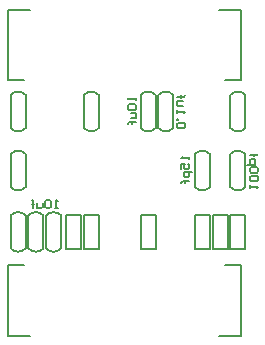
<source format=gbo>
%FSLAX44Y44*%
%MOMM*%
G71*
G01*
G75*
G04 Layer_Color=32896*
%ADD10R,2.0000X0.2600*%
%ADD11R,0.2600X2.0000*%
%ADD12R,0.9400X1.0160*%
%ADD13R,0.9398X1.0160*%
%ADD14C,0.2000*%
%ADD15C,0.2032*%
%ADD16C,0.3000*%
%ADD17C,0.8000*%
%ADD18C,0.4000*%
%ADD19C,0.6000*%
%ADD20C,1.3160*%
G04:AMPARAMS|DCode=21|XSize=1.824mm|YSize=1.824mm|CornerRadius=0mm|HoleSize=0mm|Usage=FLASHONLY|Rotation=0.000|XOffset=0mm|YOffset=0mm|HoleType=Round|Shape=Relief|Width=0.254mm|Gap=0.254mm|Entries=4|*
%AMTHD21*
7,0,0,1.8240,1.3160,0.2540,45*
%
%ADD21THD21*%
%ADD22R,1.0160X0.9398*%
%ADD23R,1.0160X0.9400*%
%ADD24R,1.0000X3.0000*%
%ADD25R,0.3600X2.2000*%
%ADD26R,0.8890X0.9652*%
%ADD27C,1.0000*%
%ADD28C,0.4000*%
%ADD29C,0.1500*%
%ADD30C,0.1270*%
%ADD31C,0.2540*%
%ADD32R,2.2032X0.4632*%
%ADD33R,0.4632X2.2032*%
%ADD34R,1.1432X1.2192*%
%ADD35R,1.1430X1.2192*%
%ADD36C,0.6032*%
%ADD37R,1.2192X1.1430*%
%ADD38R,1.2192X1.1432*%
%ADD39R,1.2032X3.2032*%
%ADD40R,0.5632X2.4032*%
%ADD41R,1.0922X1.1684*%
%ADD42C,0.1524*%
D15*
X28000Y228000D02*
X42000D01*
X28000Y288000D02*
X47000D01*
X28000Y228000D02*
Y288000D01*
X207000D02*
X226000D01*
X212000Y228000D02*
X226000D01*
Y288000D01*
X28000Y12000D02*
Y72000D01*
X42000D01*
X28000Y12000D02*
X47000D01*
X226000D02*
Y72000D01*
X207000Y12000D02*
X226000D01*
X212000Y72000D02*
X226000D01*
D29*
X77650Y85150D02*
Y114360D01*
X90350Y85150D02*
Y114360D01*
X105350Y85150D02*
Y114360D01*
X92650Y85150D02*
Y114360D01*
X140650Y85150D02*
Y114360D01*
X153350Y85150D02*
Y114360D01*
X201650Y85140D02*
Y114350D01*
X214350Y85140D02*
Y114350D01*
X199350Y85140D02*
Y114350D01*
X186650Y85140D02*
Y114350D01*
X229350Y85150D02*
Y114360D01*
X216650Y85150D02*
Y114360D01*
X182000Y163500D02*
Y161167D01*
Y162334D01*
X175002D01*
X176168Y163500D01*
X175002Y153003D02*
Y157669D01*
X178501D01*
X177335Y155336D01*
Y154170D01*
X178501Y153003D01*
X180834D01*
X182000Y154170D01*
Y156502D01*
X180834Y157669D01*
X184333Y150671D02*
X177335D01*
Y147172D01*
X178501Y146006D01*
X180834D01*
X182000Y147172D01*
Y150671D01*
Y142507D02*
X176168D01*
X178501D01*
Y143673D01*
Y141341D01*
Y142507D01*
X176168D01*
X175002Y141341D01*
X233000Y137000D02*
Y139333D01*
Y138166D01*
X239998D01*
X238832Y137000D01*
Y142831D02*
X239998Y143998D01*
Y146330D01*
X238832Y147497D01*
X234166D01*
X233000Y146330D01*
Y143998D01*
X234166Y142831D01*
X238832D01*
Y149829D02*
X239998Y150996D01*
Y153328D01*
X238832Y154494D01*
X234166D01*
X233000Y153328D01*
Y150996D01*
X234166Y149829D01*
X238832D01*
X230667Y156827D02*
X237665D01*
Y160326D01*
X236499Y161492D01*
X234166D01*
X233000Y160326D01*
Y156827D01*
Y164991D02*
X238832D01*
X236499D01*
Y163825D01*
Y166157D01*
Y164991D01*
X238832D01*
X239998Y166157D01*
X70500Y120000D02*
X68167D01*
X69334D01*
Y126998D01*
X70500Y125831D01*
X64669D02*
X63502Y126998D01*
X61170D01*
X60003Y125831D01*
Y121166D01*
X61170Y120000D01*
X63502D01*
X64669Y121166D01*
Y125831D01*
X57671Y124665D02*
Y121166D01*
X56505Y120000D01*
X53006D01*
Y124665D01*
X49507Y120000D02*
Y125831D01*
Y123499D01*
X50673D01*
X48341D01*
X49507D01*
Y125831D01*
X48341Y126998D01*
X177331Y187500D02*
X178498Y188666D01*
Y190999D01*
X177331Y192165D01*
X172666D01*
X171500Y190999D01*
Y188666D01*
X172666Y187500D01*
X177331D01*
X171500Y194498D02*
X172666D01*
Y195664D01*
X171500D01*
Y194498D01*
Y200329D02*
Y202662D01*
Y201495D01*
X178498D01*
X177331Y200329D01*
X176165Y206161D02*
X172666D01*
X171500Y207327D01*
Y210826D01*
X176165D01*
X171500Y214325D02*
X177331D01*
X174999D01*
Y213158D01*
Y215491D01*
Y214325D01*
X177331D01*
X178498Y215491D01*
X137000Y213500D02*
Y211167D01*
Y212334D01*
X130002D01*
X131168Y213500D01*
Y207668D02*
X130002Y206502D01*
Y204170D01*
X131168Y203003D01*
X135834D01*
X137000Y204170D01*
Y206502D01*
X135834Y207668D01*
X131168D01*
X132335Y200671D02*
X135834D01*
X137000Y199505D01*
Y196006D01*
X132335D01*
X137000Y192507D02*
X131168D01*
X133501D01*
Y193673D01*
Y191341D01*
Y192507D01*
X131168D01*
X130002Y191341D01*
D30*
X30549Y85946D02*
G03*
X43323Y85801I6451J5549D01*
G01*
X43388Y113750D02*
G03*
X30612Y113750I-6388J-5999D01*
G01*
X105451Y215554D02*
G03*
X92677Y215699I-6451J-5549D01*
G01*
X92612Y187750D02*
G03*
X105388Y187750I6388J5999D01*
G01*
X199451Y165554D02*
G03*
X186677Y165699I-6451J-5549D01*
G01*
X186612Y137750D02*
G03*
X199388Y137750I6388J5999D01*
G01*
X216612D02*
G03*
X229388Y137750I6388J5999D01*
G01*
X229451Y165554D02*
G03*
X216677Y165699I-6451J-5549D01*
G01*
X43451Y165554D02*
G03*
X30677Y165699I-6451J-5549D01*
G01*
X30612Y137750D02*
G03*
X43388Y137750I6388J5999D01*
G01*
X60549Y85946D02*
G03*
X73323Y85801I6451J5549D01*
G01*
X73388Y113750D02*
G03*
X60612Y113750I-6388J-5999D01*
G01*
X30612Y187750D02*
G03*
X43388Y187750I6388J5999D01*
G01*
X43451Y215554D02*
G03*
X30677Y215699I-6451J-5549D01*
G01*
X45549Y85946D02*
G03*
X58323Y85801I6451J5549D01*
G01*
X58388Y113750D02*
G03*
X45612Y113750I-6388J-5999D01*
G01*
X168451Y215554D02*
G03*
X155677Y215699I-6451J-5549D01*
G01*
X155612Y187750D02*
G03*
X168388Y187750I6388J5999D01*
G01*
X216612D02*
G03*
X229388Y187750I6388J5999D01*
G01*
X229451Y215554D02*
G03*
X216677Y215699I-6451J-5549D01*
G01*
X153451Y215554D02*
G03*
X140677Y215699I-6451J-5549D01*
G01*
X140612Y187750D02*
G03*
X153388Y187750I6388J5999D01*
G01*
X30548Y85948D02*
X30607Y113745D01*
X43325Y85803D02*
X43386Y113753D01*
X105393Y187755D02*
X105452Y215552D01*
X92614Y187747D02*
X92675Y215697D01*
X199393Y137755D02*
X199452Y165552D01*
X186614Y137747D02*
X186675Y165697D01*
X216614Y137747D02*
X216675Y165697D01*
X229393Y137755D02*
X229452Y165552D01*
X43393Y137755D02*
X43452Y165552D01*
X30614Y137747D02*
X30675Y165697D01*
X60548Y85948D02*
X60607Y113745D01*
X73325Y85803D02*
X73386Y113753D01*
X30614Y187747D02*
X30675Y215697D01*
X43393Y187755D02*
X43452Y215552D01*
X45548Y85948D02*
X45607Y113745D01*
X58325Y85803D02*
X58386Y113753D01*
X168393Y187755D02*
X168452Y215552D01*
X155614Y187747D02*
X155675Y215697D01*
X216614Y187747D02*
X216675Y215697D01*
X229393Y187755D02*
X229452Y215552D01*
X153393Y187755D02*
X153452Y215552D01*
X140615Y187747D02*
X140675Y215697D01*
D42*
X77650Y85150D02*
X90350D01*
X77650Y114360D02*
X90350D01*
X92650D02*
X105350D01*
X92650Y85150D02*
X105350D01*
X140650D02*
X153350D01*
X140650Y114360D02*
X153350D01*
X201650Y85140D02*
X214350D01*
X201650Y114350D02*
X214350D01*
X186650D02*
X199350D01*
X186650Y85140D02*
X199350D01*
X216650Y114360D02*
X229350D01*
X216650Y85150D02*
X229350D01*
M02*

</source>
